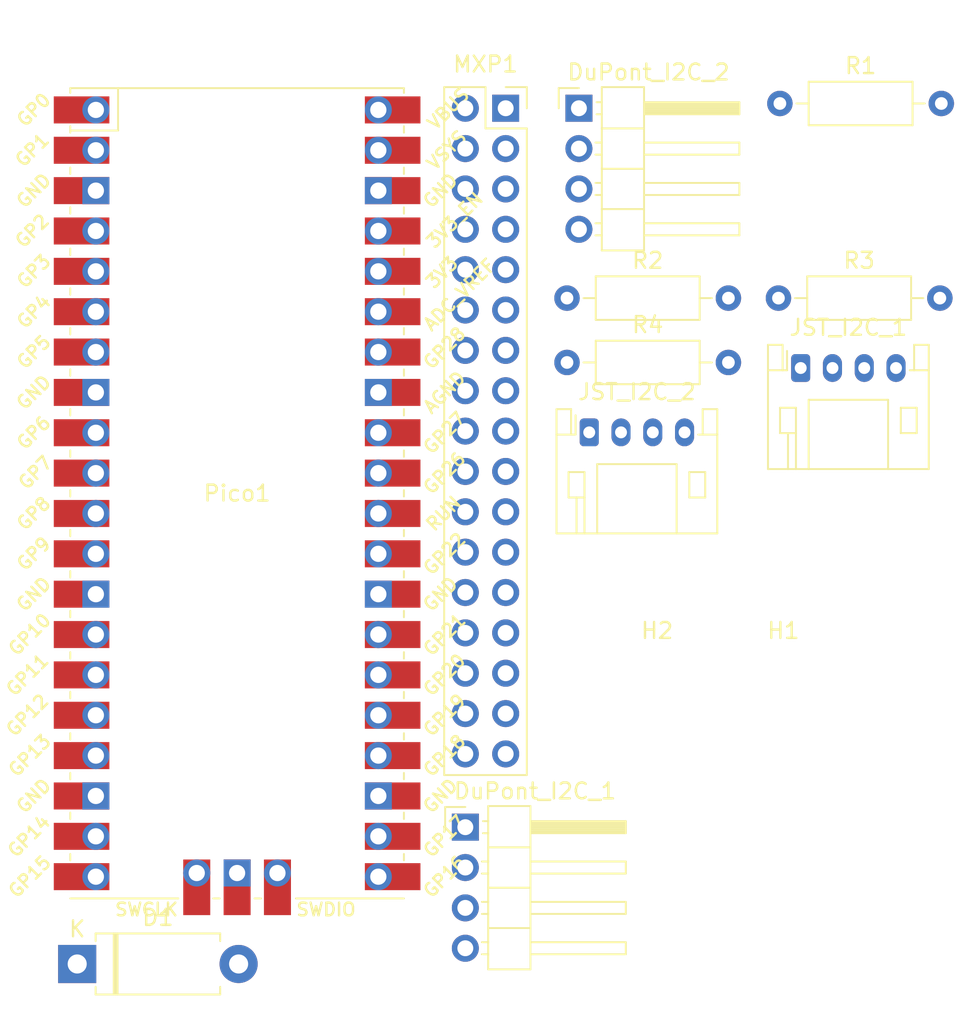
<source format=kicad_pcb>
(kicad_pcb (version 20211014) (generator pcbnew)
  (layers (0 "F.Cu" signal) (31 "B.Cu" signal) (34 "B.Paste" user) (35 "F.Paste" user) (36 "B.SilkS" user "B.Silkscreen") (37 "F.SilkS" user "F.Silkscreen") (38 "B.Mask" user) (39 "F.Mask" user) (44 "Edge.Cuts" user))
  (net 0 "")
  (net 1 "+5V")
  (net 2 "Net-(D1-Pad2)")
  (net 3 "GND")
  (net 4 "+3.3V")
  (net 5 "/SCL1")
  (net 6 "/SDA1")
  (net 7 "/SCL2")
  (net 8 "/SDA2")
  (net 16 "/RIO_RX")
  (footprint "Connector_JST:JST_PH_S4B-PH-K_1x04_P2.00mm_Horizontal" (layer "F.Cu") (at 141.45 106.24)
    (fp_text reference "JST_I2C_2" (at 3 -2.55) (layer "F.SilkS"))
    (fp_text value "Conn_01x04_Male")
    (fp_line (start 0.5 6.36) (end 0.5 2) (layer "F.SilkS") (width 0.12))
    (fp_line (start 0.5 2) (end 5.5 2) (layer "F.SilkS") (width 0.12))
    (fp_line (start -1.3 2.5) (end -1.3 4.1) (layer "F.SilkS") (width 0.12))
    (fp_line (start -0.86 0.14) (end -0.86 -1.075) (layer "F.SilkS") (width 0.12))
    (fp_line (start 7.3 4.1) (end 6.3 4.1) (layer "F.SilkS") (width 0.12))
    (fp_line (start 7.14 0.14) (end 6.86 0.14) (layer "F.SilkS") (width 0.12))
    (fp_line (start -1.14 0.14) (end -1.14 -1.46) (layer "F.SilkS") (width 0.12))
    (fp_line (start 8.06 0.14) (end 7.14 0.14) (layer "F.SilkS") (width 0.12))
    (fp_line (start -2.06 6.36) (end 8.06 6.36) (layer "F.SilkS") (width 0.12))
    (fp_line (start -2.06 -1.46) (end -2.06 6.36) (layer "F.SilkS") (width 0.12))
    (fp_line (start -0.8 4.1) (end -0.8 6.36) (layer "F.SilkS") (width 0.12))
    (fp_line (start 5.5 2) (end 5.5 6.36) (layer "F.SilkS") (width 0.12))
    (fp_line (start -1.3 4.1) (end -0.3 4.1) (layer "F.SilkS") (width 0.12))
    (fp_line (start -1.14 -1.46) (end -2.06 -1.46) (layer "F.SilkS") (width 0.12))
    (fp_line (start 6.3 4.1) (end 6.3 2.5) (layer "F.SilkS") (width 0.12))
    (fp_line (start -0.3 4.1) (end -0.3 2.5) (layer "F.SilkS") (width 0.12))
    (fp_line (start 6.3 2.5) (end 7.3 2.5) (layer "F.SilkS") (width 0.12))
    (fp_line (start -0.3 4.1) (end -0.3 6.36) (layer "F.SilkS") (width 0.12))
    (fp_line (start -0.3 2.5) (end -1.3 2.5) (layer "F.SilkS") (width 0.12))
    (fp_line (start 7.14 -1.46) (end 7.14 0.14) (layer "F.SilkS") (width 0.12))
    (fp_line (start 8.06 -1.46) (end 7.14 -1.46) (layer "F.SilkS") (width 0.12))
    (fp_line (start 7.3 2.5) (end 7.3 4.1) (layer "F.SilkS") (width 0.12))
    (fp_line (start 8.06 6.36) (end 8.06 -1.46) (layer "F.SilkS") (width 0.12))
    (fp_line (start -2.06 0.14) (end -1.14 0.14) (layer "F.SilkS") (width 0.12))
    (fp_line (start -0.86 0.14) (end -1.14 0.14) (layer "F.SilkS") (width 0.12))
    (pad "1" thru_hole roundrect (at 0 0) (size 1.2 1.75) (drill 0.75) (layers *.Cu *.Mask) (roundrect_rratio 0.208333) (net 3 "GND"))
    (pad "2" thru_hole oval (at 2 0) (size 1.2 1.75) (drill 0.75) (layers *.Cu *.Mask) (net 4 "+3.3V"))
    (pad "3" thru_hole oval (at 4 0) (size 1.2 1.75) (drill 0.75) (layers *.Cu *.Mask) (net 8 "/SDA2"))
    (pad "4" thru_hole oval (at 6 0) (size 1.2 1.75) (drill 0.75) (layers *.Cu *.Mask) (net 7 "/SCL2"))
  )
  (footprint "Resistor_THT:R_Axial_DIN0207_L6.3mm_D2.5mm_P10.16mm_Horizontal" (layer "F.Cu") (at 140.05 101.84)
    (fp_text reference "R4" (at 5.08 -2.37) (layer "F.SilkS"))
    (fp_text value "R")
    (fp_line (start 1.81 -1.37) (end 1.81 1.37) (layer "F.SilkS") (width 0.12))
    (fp_line (start 1.81 1.37) (end 8.35 1.37) (layer "F.SilkS") (width 0.12))
    (fp_line (start 8.35 1.37) (end 8.35 -1.37) (layer "F.SilkS") (width 0.12))
    (fp_line (start 1.04 0) (end 1.81 0) (layer "F.SilkS") (width 0.12))
    (fp_line (start 8.35 -1.37) (end 1.81 -1.37) (layer "F.SilkS") (width 0.12))
    (fp_line (start 9.12 0) (end 8.35 0) (layer "F.SilkS") (width 0.12))
    (pad "1" thru_hole circle (at 0 0) (size 1.6 1.6) (drill 0.8) (layers *.Cu *.Mask) (net 5 "/SCL1"))
    (pad "2" thru_hole oval (at 10.16 0) (size 1.6 1.6) (drill 0.8) (layers *.Cu *.Mask) (net 4 "+3.3V"))
  )
  (footprint "Resistor_THT:R_Axial_DIN0207_L6.3mm_D2.5mm_P10.16mm_Horizontal" (layer "F.Cu") (at 153.36 97.79)
    (fp_text reference "R3" (at 5.08 -2.37) (layer "F.SilkS"))
    (fp_text value "R")
    (fp_line (start 1.81 1.37) (end 8.35 1.37) (layer "F.SilkS") (width 0.12))
    (fp_line (start 9.12 0) (end 8.35 0) (layer "F.SilkS") (width 0.12))
    (fp_line (start 1.81 -1.37) (end 1.81 1.37) (layer "F.SilkS") (width 0.12))
    (fp_line (start 8.35 -1.37) (end 1.81 -1.37) (layer "F.SilkS") (width 0.12))
    (fp_line (start 1.04 0) (end 1.81 0) (layer "F.SilkS") (width 0.12))
    (fp_line (start 8.35 1.37) (end 8.35 -1.37) (layer "F.SilkS") (width 0.12))
    (pad "1" thru_hole circle (at 0 0) (size 1.6 1.6) (drill 0.8) (layers *.Cu *.Mask) (net 8 "/SDA2"))
    (pad "2" thru_hole oval (at 10.16 0) (size 1.6 1.6) (drill 0.8) (layers *.Cu *.Mask) (net 4 "+3.3V"))
  )
  (footprint "Connector_PinHeader_2.54mm:PinHeader_1x04_P2.54mm_Horizontal" (layer "F.Cu") (at 133.65 131.09)
    (fp_text reference "DuPont_I2C_1" (at 4.385 -2.27) (layer "F.SilkS"))
    (fp_text value "Conn_01x04_Male")
    (fp_line (start 4.1 -0.2) (end 10.1 -0.2) (layer "F.SilkS") (width 0.12))
    (fp_line (start 10.1 2.92) (end 4.1 2.92) (layer "F.SilkS") (width 0.12))
    (fp_line (start 4.1 7.24) (end 10.1 7.24) (layer "F.SilkS") (width 0.12))
    (fp_line (start 10.1 0.38) (end 4.1 0.38) (layer "F.SilkS") (width 0.12))
    (fp_line (start 1.042929 2.16) (end 1.44 2.16) (layer "F.SilkS") (width 0.12))
    (fp_line (start 1.44 6.35) (end 4.1 6.35) (layer "F.SilkS") (width 0.12))
    (fp_line (start 10.1 7.24) (end 10.1 8) (layer "F.SilkS") (width 0.12))
    (fp_line (start 10.1 -0.38) (end 10.1 0.38) (layer "F.SilkS") (width 0.12))
    (fp_line (start 1.44 3.81) (end 4.1 3.81) (layer "F.SilkS") (width 0.12))
    (fp_line (start 4.1 0.16) (end 10.1 0.16) (layer "F.SilkS") (width 0.12))
    (fp_line (start 10.1 2.16) (end 10.1 2.92) (layer "F.SilkS") (width 0.12))
    (fp_line (start 1.44 8.95) (end 4.1 8.95) (layer "F.SilkS") (width 0.12))
    (fp_line (start 10.1 8) (end 4.1 8) (layer "F.SilkS") (width 0.12))
    (fp_line (start 4.1 0.28) (end 10.1 0.28) (layer "F.SilkS") (width 0.12))
    (fp_line (start 4.1 -0.08) (end 10.1 -0.08) (layer "F.SilkS") (width 0.12))
    (fp_line (start 10.1 5.46) (end 4.1 5.46) (layer "F.SilkS") (width 0.12))
    (fp_line (start 1.042929 8) (end 1.44 8) (layer "F.SilkS") (width 0.12))
    (fp_line (start 1.44 1.27) (end 4.1 1.27) (layer "F.SilkS") (width 0.12))
    (fp_line (start 4.1 -0.38) (end 10.1 -0.38) (layer "F.SilkS") (width 0.12))
    (fp_line (start 10.1 4.7) (end 10.1 5.46) (layer "F.SilkS") (width 0.12))
    (fp_line (start 1.042929 7.24) (end 1.44 7.24) (layer "F.SilkS") (width 0.12))
    (fp_line (start 4.1 4.7) (end 10.1 4.7) (layer "F.SilkS") (width 0.12))
    (fp_line (start 1.44 -1.33) (end 1.44 8.95) (layer "F.SilkS") (width 0.12))
    (fp_line (start 4.1 2.16) (end 10.1 2.16) (layer "F.SilkS") (width 0.12))
    (fp_line (start 1.042929 4.7) (end 1.44 4.7) (layer "F.SilkS") (width 0.12))
    (fp_line (start 1.042929 5.46) (end 1.44 5.46) (layer "F.SilkS") (width 0.12))
    (fp_line (start 1.11 -0.38) (end 1.44 -0.38) (layer "F.SilkS") (width 0.12))
    (fp_line (start 4.1 0.04) (end 10.1 0.04) (layer "F.SilkS") (width 0.12))
    (fp_line (start -1.27 0) (end -1.27 -1.27) (layer "F.SilkS") (width 0.12))
    (fp_line (start 1.11 0.38) (end 1.44 0.38) (layer "F.SilkS") (width 0.12))
    (fp_line (start 4.1 8.95) (end 4.1 -1.33) (layer "F.SilkS") (width 0.12))
    (fp_line (start 4.1 -0.32) (end 10.1 -0.32) (layer "F.SilkS") (width 0.12))
    (fp_line (start 4.1 -1.33) (end 1.44 -1.33) (layer "F.SilkS") (width 0.12))
    (fp_line (start 1.042929 2.92) (end 1.44 2.92) (layer "F.SilkS") (width 0.12))
    (fp_line (start -1.27 -1.27) (end 0 -1.27) (layer "F.SilkS") (width 0.12))
    (pad "1" thru_hole rect (at 0 0) (size 1.7 1.7) (drill 1) (layers *.Cu *.Mask) (net 3 "GND"))
    (pad "2" thru_hole oval (at 0 2.54) (size 1.7 1.7) (drill 1) (layers *.Cu *.Mask) (net 4 "+3.3V"))
    (pad "3" thru_hole oval (at 0 5.08) (size 1.7 1.7) (drill 1) (layers *.Cu *.Mask) (net 5 "/SCL1"))
    (pad "4" thru_hole oval (at 0 7.62) (size 1.7 1.7) (drill 1) (layers *.Cu *.Mask) (net 6 "/SDA1"))
  )
  (footprint "MountingHole:MountingHole_2mm" (layer "F.Cu") (at 145.72 121.92)
    (fp_text reference "H2" (at 0 -3.2) (layer "F.SilkS"))
    (fp_text value "MountingHole")
    (pad "" np_thru_hole circle (at 0 0) (size 2 2) (drill 2) (layers *.Cu *.Mask))
  )
  (footprint "Resistor_THT:R_Axial_DIN0207_L6.3mm_D2.5mm_P10.16mm_Horizontal" (layer "F.Cu") (at 153.45 85.54)
    (fp_text reference "R1" (at 5.08 -2.37) (layer "F.SilkS"))
    (fp_text value "R")
    (fp_line (start 1.81 -1.37) (end 1.81 1.37) (layer "F.SilkS") (width 0.12))
    (fp_line (start 1.04 0) (end 1.81 0) (layer "F.SilkS") (width 0.12))
    (fp_line (start 8.35 -1.37) (end 1.81 -1.37) (layer "F.SilkS") (width 0.12))
    (fp_line (start 1.81 1.37) (end 8.35 1.37) (layer "F.SilkS") (width 0.12))
    (fp_line (start 8.35 1.37) (end 8.35 -1.37) (layer "F.SilkS") (width 0.12))
    (fp_line (start 9.12 0) (end 8.35 0) (layer "F.SilkS") (width 0.12))
    (pad "1" thru_hole circle (at 0 0) (size 1.6 1.6) (drill 0.8) (layers *.Cu *.Mask) (net 6 "/SDA1"))
    (pad "2" thru_hole oval (at 10.16 0) (size 1.6 1.6) (drill 0.8) (layers *.Cu *.Mask) (net 4 "+3.3V"))
  )
  (footprint "MCU_RaspberryPi_and_Boards:RPi_Pico_SMD_TH" (layer "F.Cu") (at 119.285 110.075)
    (fp_text reference "Pico1" (at 0 0) (layer "F.SilkS"))
    (fp_text value "Pico")
    (fp_text user "VBUS" (at 13.3 -24.2 45) (layer "F.SilkS") (effects (font (size 0.8 0.8))))
    (fp_text user "SWCLK" (at -5.7 26.2) (layer "F.SilkS") (effects (font (size 0.8 0.8))))
    (fp_text user "VSYS" (at 13.2 -21.59 45) (layer "F.SilkS") (effects (font (size 0.8 0.8))))
    (fp_text user "AGND" (at 13.054 -6.35 45) (layer "F.SilkS") (effects (font (size 0.8 0.8))))
    (fp_text user "GP22" (at 13.054 3.81 45) (layer "F.SilkS") (effects (font (size 0.8 0.8))))
    (fp_text user "GP20" (at 13.054 11.43 45) (layer "F.SilkS") (effects (font (size 0.8 0.8))))
    (fp_text user "GP17" (at 13.054 21.59 45) (layer "F.SilkS") (effects (font (size 0.8 0.8))))
    (fp_text user "GND" (at 12.8 6.35 45) (layer "F.SilkS") (effects (font (size 0.8 0.8))))
    (fp_text user "GP11" (at -13.2 11.43 45) (layer "F.SilkS") (effects (font (size 0.8 0.8))))
    (fp_text user "GND" (at -12.8 -19.05 45) (layer "F.SilkS") (effects (font (size 0.8 0.8))))
    (fp_text user "RUN" (at 13 1.27 45) (layer "F.SilkS") (effects (font (size 0.8 0.8))))
    (fp_text user "3V3" (at 12.9 -13.9 45) (layer "F.SilkS") (effects (font (size 0.8 0.8))))
    (fp_text user "GP8" (at -12.8 1.27 45) (layer "F.SilkS") (effects (font (size 0.8 0.8))))
    (fp_text user "GP14" (at -13.1 21.59 45) (layer "F.SilkS") (effects (font (size 0.8 0.8))))
    (fp_text user "GP0" (at -12.8 -24.13 45) (layer "F.SilkS") (effects (font (size 0.8 0.8))))
    (fp_text user "GP18" (at 13.054 16.51 45) (layer "F.SilkS") (effects (font (size 0.8 0.8))))
    (fp_text user "GND" (at -12.8 6.35 45) (layer "F.SilkS") (effects (font (size 0.8 0.8))))
    (fp_text user "GP10" (at -13.054 8.89 45) (layer "F.SilkS") (effects (font (size 0.8 0.8))))
    (fp_text user "3V3_EN" (at 13.7 -17.2 45) (layer "F.SilkS") (effects (font (size 0.8 0.8))))
    (fp_text user "GP7" (at -12.7 -1.3 45) (layer "F.SilkS") (effects (font (size 0.8 0.8))))
    (fp_text user "GP15" (at -13.054 24.13 45) (layer "F.SilkS") (effects (font (size 0.8 0.8))))
    (fp_text user "GP4" (at -12.8 -11.43 45) (layer "F.SilkS") (effects (font (size 0.8 0.8))))
    (fp_text user "SWDIO" (at 5.6 26.2) (layer "F.SilkS") (effects (font (size 0.8 0.8))))
    (fp_text user "GP2" (at -12.9 -16.51 45) (layer "F.SilkS") (effects (font (size 0.8 0.8))))
    (fp_text user "GP21" (at 13.054 8.9 45) (layer "F.SilkS") (effects (font (size 0.8 0.8))))
    (fp_text user "GND" (at 12.8 -19.05 45) (layer "F.SilkS") (effects (font (size 0.8 0.8))))
    (fp_text user "GP3" (at -12.8 -13.97 45) (layer "F.SilkS") (effects (font (size 0.8 0.8))))
    (fp_text user "GP16" (at 13.054 24.13 45) (layer "F.SilkS") (effects (font (size 0.8 0.8))))
    (fp_text user "GP28" (at 13.054 -9.144 45) (layer "F.SilkS") (effects (font (size 0.8 0.8))))
    (fp_text user "GND" (at -12.8 -6.35 45) (layer "F.SilkS") (effects (font (size 0.8 0.8))))
    (fp_text user "GP9" (at -12.8 3.81 45) (layer "F.SilkS") (effects (font (size 0.8 0.8))))
    (fp_text user "GP6" (at -12.8 -3.81 45) (layer "F.SilkS") (effects (font (size 0.8 0.8))))
    (fp_text user "GP26" (at 13.054 -1.27 45) (layer "F.SilkS") (effects (font (size 0.8 0.8))))
    (fp_text user "GP13" (at -13.054 16.51 45) (layer "F.SilkS") (effects (font (size 0.8 0.8))))
    (fp_text user "GND" (at -12.8 19.05 45) (layer "F.SilkS") (effects (font (size 0.8 0.8))))
    (fp_text user "GP27" (at 13.054 -3.8 45) (layer "F.SilkS") (effects (font (size 0.8 0.8))))
    (fp_text user "GP12" (at -13.2 13.97 45) (layer "F.SilkS") (effects (font (size 0.8 0.8))))
    (fp_text user "GND" (at 12.8 19.05 45) (layer "F.SilkS") (effects (font (size 0.8 0.8))))
    (fp_text user "GP5" (at -12.8 -8.89 45) (layer "F.SilkS") (effects (font (size 0.8 0.8))))
    (fp_text user "GP1" (at -12.9 -21.6 45) (layer "F.SilkS") (effects (font (size 0.8 0.8))))
    (fp_text user "ADC_VREF" (at 14 -12.5 45) (layer "F.SilkS") (effects (font (size 0.8 0.8))))
    (fp_text user "GP19" (at 13.054 13.97 45) (layer "F.SilkS") (effects (font (size 0.8 0.8))))
    (fp_line (start -10.5 -7.8) (end -10.5 -7.4) (layer "F.SilkS") (width 0.12))
    (fp_line (start 10.5 7.4) (end 10.5 7.8) (layer "F.SilkS") (width 0.12))
    (fp_line (start -10.5 20.1) (end -10.5 20.5) (layer "F.SilkS") (width 0.12))
    (fp_line (start -10.5 -25.5) (end 10.5 -25.5) (layer "F.SilkS") (width 0.12))
    (fp_line (start -10.5 22.7) (end -10.5 23.1) (layer "F.SilkS") (width 0.12))
    (fp_line (start -1.5 25.5) (end -1.1 25.5) (layer "F.SilkS") (width 0.12))
    (fp_line (start 10.5 17.6) (end 10.5 18) (layer "F.SilkS") (width 0.12))
    (fp_line (start -10.5 -12.9) (end -10.5 -12.5) (layer "F.SilkS") (width 0.12))
    (fp_line (start -10.5 -10.4) (end -10.5 -10) (layer "F.SilkS") (width 0.12))
    (fp_line (start 1.1 25.5) (end 1.5 25.5) (layer "F.SilkS") (width 0.12))
    (fp_line (start -10.5 -15.4) (end -10.5 -15) (layer "F.SilkS") (width 0.12))
    (fp_line (start -10.5 -0.2) (end -10.5 0.2) (layer "F.SilkS") (width 0.12))
    (fp_line (start -10.5 -5.3) (end -10.5 -4.9) (layer "F.SilkS") (width 0.12))
    (fp_line (start -10.5 -18) (end -10.5 -17.6) (layer "F.SilkS") (width 0.12))
    (fp_line (start 10.5 -5.3) (end 10.5 -4.9) (layer "F.SilkS") (width 0.12))
    (fp_line (start 10.5 12.5) (end 10.5 12.9) (layer "F.SilkS") (width 0.12))
    (fp_line (start 10.5 -20.5) (end 10.5 -20.1) (layer "F.SilkS") (width 0.12))
    (fp_line (start -10.5 7.4) (end -10.5 7.8) (layer "F.SilkS") (width 0.12))
    (fp_line (start 10.5 25.5) (end 3.7 25.5) (layer "F.SilkS") (width 0.12))
    (fp_line (start 10.5 -12.9) (end 10.5 -12.5) (layer "F.SilkS") (width 0.12))
    (fp_line (start -10.5 -2.7) (end -10.5 -2.3) (layer "F.SilkS") (width 0.12))
    (fp_line (start -10.5 12.5) (end -10.5 12.9) (layer "F.SilkS") (width 0.12))
    (fp_line (start 10.5 -10.4) (end 10.5 -10) (layer "F.SilkS") (width 0.12))
    (fp_line (start -10.5 -20.5) (end -10.5 -20.1) (layer "F.SilkS") (width 0.12))
    (fp_line (start 10.5 22.7) (end 10.5 23.1) (layer "F.SilkS") (width 0.12))
    (fp_line (start -10.5 4.9) (end -10.5 5.3) (layer "F.SilkS") (width 0.12))
    (fp_line (start 10.5 -23.1) (end 10.5 -22.7) (layer "F.SilkS") (width 0.12))
    (fp_line (start 10.5 10) (end 10.5 10.4) (layer "F.SilkS") (width 0.12))
    (fp_line (start 10.5 -0.2) (end 10.5 0.2) (layer "F.SilkS") (width 0.12))
    (fp_line (start -10.5 17.6) (end -10.5 18) (layer "F.SilkS") (width 0.12))
    (fp_line (start -10.5 10) (end -10.5 10.4) (layer "F.SilkS") (width 0.12))
    (fp_line (start 10.5 2.3) (end 10.5 2.7) (layer "F.SilkS") (width 0.12))
    (fp_line (start -10.5 -25.5) (end -10.5 -25.2) (layer "F.SilkS") (width 0.12))
    (fp_line (start 10.5 -18) (end 10.5 -17.6) (layer "F.SilkS") (width 0.12))
    (fp_line (start -3.7 25.5) (end -10.5 25.5) (layer "F.SilkS") (width 0.12))
    (fp_line (start 10.5 -15.4) (end 10.5 -15) (layer "F.SilkS") (width 0.12))
    (fp_line (start 10.5 -2.7) (end 10.5 -2.3) (layer "F.SilkS") (width 0.12))
    (fp_line (start 10.5 20.1) (end 10.5 20.5) (layer "F.SilkS") (width 0.12))
    (fp_line (start 10.5 15.1) (end 10.5 15.5) (layer "F.SilkS") (width 0.12))
    (fp_line (start -10.5 2.3) (end -10.5 2.7) (layer "F.SilkS") (width 0.12))
    (fp_line (start 10.5 4.9) (end 10.5 5.3) (layer "F.SilkS") (width 0.12))
    (fp_line (start -10.5 -22.833) (end -7.493 -22.833) (layer "F.SilkS") (width 0.12))
    (fp_line (start 10.5 -25.5) (end 10.5 -25.2) (layer "F.SilkS") (width 0.12))
    (fp_line (start -10.5 15.1) (end -10.5 15.5) (layer "F.SilkS") (width 0.12))
    (fp_line (start 10.5 -7.8) (end 10.5 -7.4) (layer "F.SilkS") (width 0.12))
    (fp_line (start -10.5 -23.1) (end -10.5 -22.7) (layer "F.SilkS") (width 0.12))
    (fp_line (start -7.493 -22.833) (end -7.493 -25.5) (layer "F.SilkS") (width 0.12))
    (pad "" np_thru_hole oval (at -2.725 -24) (size 1.8 1.8) (drill 1.8) (layers *.Cu *.Mask))
    (pad "" np_thru_hole oval (at -2.425 -20.97) (size 1.5 1.5) (drill 1.5) (layers *.Cu *.Mask))
    (pad "" np_thru_hole oval (at 2.725 -24) (size 1.8 1.8) (drill 1.8) (layers *.Cu *.Mask))
    (pad "" np_thru_hole oval (at 2.425 -20.97) (size 1.5 1.5) (drill 1.5) (layers *.Cu *.Mask))
    (pad "1" thru_hole oval (at -8.89 -24.13) (size 1.7 1.7) (drill 1.02) (layers *.Cu *.Mask) (net 16 "/RIO_RX"))
    (pad "1" smd rect (at -8.89 -24.13) (size 3.5 1.7) (drill (offset -0.9 0)) (layers "F.Cu" "F.Mask") (net 16 "/RIO_RX"))
    (pad "2" smd rect (at -8.89 -21.59) (size 3.5 1.7) (drill (offset -0.9 0)) (layers "F.Cu" "F.Mask"))
    (pad "2" thru_hole oval (at -8.89 -21.59) (size 1.7 1.7) (drill 1.02) (layers *.Cu *.Mask))
    (pad "3" smd rect (at -8.89 -19.05) (size 3.5 1.7) (drill (offset -0.9 0)) (layers "F.Cu" "F.Mask") (net 3 "GND"))
    (pad "3" thru_hole rect (at -8.89 -19.05) (size 1.7 1.7) (drill 1.02) (layers *.Cu *.Mask) (net 3 "GND"))
    (pad "4" thru_hole oval (at -8.89 -16.51) (size 1.7 1.7) (drill 1.02) (layers *.Cu *.Mask))
    (pad "4" smd rect (at -8.89 -16.51) (size 3.5 1.7) (drill (offset -0.9 0)) (layers "F.Cu" "F.Mask"))
    (pad "5" smd rect (at -8.89 -13.97) (size 3.5 1.7) (drill (offset -0.9 0)) (layers "F.Cu" "F.Mask"))
    (pad "5" thru_hole oval (at -8.89 -13.97) (size 1.7 1.7) (drill 1.02) (layers *.Cu *.Mask))
    (pad "6" smd rect (at -8.89 -11.43) (size 3.5 1.7) (drill (offset -0.9 0)) (layers "F.Cu" "F.Mask"))
    (pad "6" thru_hole oval (at -8.89 -11.43) (size 1.7 1.7) (drill 1.02) (layers *.Cu *.Mask))
    (pad "7" smd rect (at -8.89 -8.89) (size 3.5 1.7) (drill (offset -0.9 0)) (layers "F.Cu" "F.Mask"))
    (pad "7" thru_hole oval (at -8.89 -8.89) (size 1.7 1.7) (drill 1.02) (layers *.Cu *.Mask))
    (pad "8" thru_hole rect (at -8.89 -6.35) (size 1.7 1.7) (drill 1.02) (layers *.Cu *.Mask) (net 3 "GND"))
    (pad "8" smd rect (at -8.89 -6.35) (size 3.5 1.7) (drill (offset -0.9 0)) (layers "F.Cu" "F.Mask") (net 3 "GND"))
    (pad "9" thru_hole oval (at -8.89 -3.81) (size 1.7 1.7) (drill 1.02) (layers *.Cu *.Mask))
    (pad "9" smd rect (at -8.89 -3.81) (size 3.5 1.7) (drill (offset -0.9 0)) (layers "F.Cu" "F.Mask"))
    (pad "10" thru_hole oval (at -8.89 -1.27) (size 1.7 1.7) (drill 1.02) (layers *.Cu *.Mask))
    (pad "10" smd rect (at -8.89 -1.27) (size 3.5 1.7) (drill (offset -0.9 0)) (layers "F.Cu" "F.Mask"))
    (pad "11" smd rect (at -8.89 1.27) (size 3.5 1.7) (drill (offset -0.9 0)) (layers "F.Cu" "F.Mask") (net 6 "/SDA1"))
    (pad "11" thru_hole oval (at -8.89 1.27) (size 1.7 1.7) (drill 1.02) (layers *.Cu *.Mask) (net 6 "/SDA1"))
    (pad "12" thru_hole oval (at -8.89 3.81) (size 1.7 1.7) (drill 1.02) (layers *.Cu *.Mask) (net 5 "/SCL1"))
    (pad "12" smd rect (at -8.89 3.81) (size 3.5 1.7) (drill (offset -0.9 0)) (layers "F.Cu" "F.Mask") (net 5 "/SCL1"))
    (pad "13" smd rect (at -8.89 6.35) (size 3.5 1.7) (drill (offset -0.9 0)) (layers "F.Cu" "F.Mask") (net 3 "GND"))
    (pad "13" thru_hole rect (at -8.89 6.35) (size 1.7 1.7) (drill 1.02) (layers *.Cu *.Mask) (net 3 "GND"))
    (pad "14" thru_hole oval (at -8.89 8.89) (size 1.7 1.7) (drill 1.02) (layers *.Cu *.Mask))
    (pad "14" smd rect (at -8.89 8.89) (size 3.5 1.7) (drill (offset -0.9 0)) (layers "F.Cu" "F.Mask"))
    (pad "15" thru_hole oval (at -8.89 11.43) (size 1.7 1.7) (drill 1.02) (layers *.Cu *.Mask))
    (pad "15" smd rect (at -8.89 11.43) (size 3.5 1.7) (drill (offset -0.9 0)) (layers "F.Cu" "F.Mask"))
    (pad "16" smd rect (at -8.89 13.97) (size 3.5 1.7) (drill (offset -0.9 0)) (layers "F.Cu" "F.Mask"))
    (pad "16" thru_hole oval (at -8.89 13.97) (size 1.7 1.7) (drill 1.02) (layers *.Cu *.Mask))
    (pad "17" thru_hole oval (at -8.89 16.51) (size 1.7 1.7) (drill 1.02) (layers *.Cu *.Mask))
    (pad "17" smd rect (at -8.89 16.51) (size 3.5 1.7) (drill (offset -0.9 0)) (layers "F.Cu" "F.Mask"))
    (pad "18" smd rect (at -8.89 19.05) (size 3.5 1.7) (drill (offset -0.9 0)) (layers "F.Cu" "F.Mask") (net 3 "GND"))
    (pad "18" thru_hole rect (at -8.89 19.05) (size 1.7 1.7) (drill 1.02) (layers *.Cu *.Mask) (net 3 "GND"))
    (pad "19" smd rect (at -8.89 21.59) (size 3.5 1.7) (drill (offset -0.9 0)) (layers "F.Cu" "F.Mask"))
    (pad "19" thru_hole oval (at -8.89 21.59) (size 1.7 1.7) (drill 1.02) (layers *.Cu *.Mask))
    (pad "20" smd rect (at -8.89 24.13) (size 3.5 1.7) (drill (offset -0.9 0)) (layers "F.Cu" "F.Mask"))
    (pad "20" thru_hole oval (at -8.89 24.13) (size 1.7 1.7) (drill 1.02) (layers *.Cu *.Mask))
    (pad "21" smd rect (at 8.89 24.13) (size 3.5 1.7) (drill (offset 0.9 0)) (layers "F.Cu" "F.Mask"))
    (pad "21" thru_hole oval (at 8.89 24.13) (size 1.7 1.7) (drill 1.02) (layers *.Cu *.Mask))
    (pad "22" smd rect (at 8.89 21.59) (size 3.5 1.7) (drill (offset 0.9 0)) (layers "F.Cu" "F.Mask"))
    (pad "22" thru_hole oval (at 8.89 21.59) (size 1.7 1.7) (drill 1.02) (layers *.Cu *.Mask))
    (pad "23" thru_hole rect (at 8.89 19.05) (size 1.7 1.7) (drill 1.02) (layers *.Cu *.Mask) (net 3 "GND"))
    (pad "23" smd rect (at 8.89 19.05) (size 3.5 1.7) (drill (offset 0.9 0)) (layers "F.Cu" "F.Mask") (net 3 "GND"))
    (pad "24" smd rect (at 8.89 16.51) (size 3.5 1.7) (drill (offset 0.9 0)) (layers "F.Cu" "F.Mask"))
    (pad "24" thru_hole oval (at 8.89 16.51) (size 1.7 1.7) (drill 1.02) (layers *.Cu *.Mask))
    (pad "25" smd rect (at 8.89 13.97) (size 3.5 1.7) (drill (offset 0.9 0)) (layers "F.Cu" "F.Mask"))
    (pad "25" thru_hole oval (at 8.89 13.97) (size 1.7 1.7) (drill 1.02) (layers *.Cu *.Mask))
    (pad "26" smd rect (at 8.89 11.43) (size 3.5 1.7) (drill (offset 0.9 0)) (layers "F.Cu" "F.Mask"))
    (pad "26" thru_hole oval (at 8.89 11.43) (size 1.7 1.7) (drill 1.02) (layers *.Cu *.Mask))
    (pad "27" smd rect (at 8.89 8.89) (size 3.5 1.7) (drill (offset 0.9 0)) (layers "F.Cu" "F.Mask"))
    (pad "27" thru_hole oval (at 8.89 8.89) (size 1.7 1.7) (drill 1.02) (layers *.Cu *.Mask))
    (pad "28" smd rect (at 8.89 6.35) (size 3.5 1.7) (drill (offset 0.9 0)) (layers "F.Cu" "F.Mask") (net 3 "GND"))
    (pad "28" thru_hole rect (at 8.89 6.35) (size 1.7 1.7) (drill 1.02) (layers *.Cu *.Mask) (net 3 "GND"))
    (pad "29" smd rect (at 8.89 3.81) (size 3.5 1.7) (drill (offset 0.9 0)) (layers "F.Cu" "F.Mask"))
    (pad "29" thru_hole oval (at 8.89 3.81) (size 1.7 1.7) (drill 1.02) (layers *.Cu *.Mask))
    (pad "30" thru_hole oval (at 8.89 1.27) (size 1.7 1.7) (drill 1.02) (layers *.Cu *.Mask))
    (pad "30" smd rect (at 8.89 1.27) (size 3.5 1.7) (drill (offset 0.9 0)) (layers "F.Cu" "F.Mask"))
    (pad "31" thru_hole oval (at 8.89 -1.27) (size 1.7 1.7) (drill 1.02) (layers *.Cu *.Mask) (net 8 "/SDA2"))
    (pad "31" smd rect (at 8.89 -1.27) (size 3.5 1.7) (drill (offset 0.9 0)) (layers "F.Cu" "F.Mask") (net 8 "/SDA2"))
    (pad "32" thru_hole oval (at 8.89 -3.81) (size 1.7 1.7) (drill 1.02) (layers *.Cu *.Mask) (net 7 "/SCL2"))
    (pad "32" smd rect (at 8.89 -3.81) (size 3.5 1.7) (drill (offset 0.9 0)) (layers "F.Cu" "F.Mask") (net 7 "/SCL2"))
    (pad "33" thru_hole rect (at 8.89 -6.35) (size 1.7 1.7) (drill 1.02) (layers *.Cu *.Mask))
    (pad "33" smd rect (at 8.89 -6.35) (size 3.5 1.7) (drill (offset 0.9 0)) (layers "F.Cu" "F.Mask"))
    (pad "34" smd rect (at 8.89 -8.89) (size 3.5 1.7) (drill (offset 0.9 0)) (layers "F.Cu" "F.Mask"))
    (pad "34" thru_hole oval (at 8.89 -8.89) (size 1.7 1.7) (drill 1.02) (layers *.Cu *.Mask))
    (pad "35" thru_hole oval (at 8.89 -11.43) (size 1.7 1.7) (drill 1.02) (layers *.Cu *.Mask))
    (pad "35" smd rect (at 8.89 -11.43) (size 3.5 1.7) (drill (offset 0.9 0)) (layers "F.Cu" "F.Mask"))
    (pad "36" thru_hole oval (at 8.89 -13.97) (size 1.7 1.7) (drill 1.02) (layers *.Cu *.Mask) (net 4 "+3.3V"))
    (pad "36" smd rect (at 8.89 -13.97) (size 3.5 1.7) (drill (offset 0.9 0)) (layers "F.Cu" "F.Mask") (net 4 "+3.3V"))
    (pad "37" thru_hole oval (at 8.89 -16.51) (size 1.7 1.7) (drill 1.02) (layers *.Cu *.Mask))
    (pad "37" smd rect (at 8.89 -16.51) (size 3.5 1.7) (drill (offset 0.9 0)) (layers "F.Cu" "F.Mask"))
    (pad "38" thru_hole rect (at 8.89 -19.05) (size 1.7 1.7) (drill 1.02) (layers *.Cu *.Mask) (net 3 "GND"))
    (pad "38" smd rect (at 8.89 -19.05) (size 3.5 1.7) (drill (offset 0.9 0)) (layers "F.Cu" "F.Mask") (net 3 "GND"))
    (pad "39" thru_hole oval (at 8.89 -21.59) (size 1.7 1.7) (drill 1.02) (layers *.Cu *.Mask) (net 1 "+5V"))
    (pad "39" smd rect (at 8.89 -21.59) (size 3.5 1.7) (drill (offset 0.9 0)) (layers "F.Cu" "F.Mask") (net 1 "+5V"))
    (pad "40" thru_hole oval (at 8.89 -24.13) (size 1.7 1.7) (drill 1.02) (layers *.Cu *.Mask))
    (pad "40" smd rect (at 8.89 -24.13) (size 3.5 1.7) (drill (offset 0.9 0)) (layers "F.Cu" "F.Mask"))
    (pad "41" smd rect (at -2.54 23.9 90) (size 3.5 1.7) (drill (offset -0.9 0)) (layers "F.Cu" "F.Mask"))
    (pad "41" thru_hole oval (at -2.54 23.9) (size 1.7 1.7) (drill 1.02) (layers *.Cu *.Mask))
    (pad "42" smd rect (at 0 23.9 90) (size 3.5 1.7) (drill (offset -0.9 0)) (layers "F.Cu" "F.Mask") (net 3 "GND"))
    (pad "42" thru_hole rect (at 0 23.9) (size 1.7 1.7) (drill 1.02) (layers *.Cu *.Mask) (net 3 "GND"))
    (pad "43" thru_hole oval (at 2.54 23.9) (size 1.7 1.7) (drill 1.02) (layers *.Cu *.Mask))
    (pad "43" smd rect (at 2.54 23.9 90) (size 3.5 1.7) (drill (offset -0.9 0)) (layers "F.Cu" "F.Mask"))
  )
  (footprint "MountingHole:MountingHole_2mm" (layer "F.Cu") (at 153.67 121.92)
    (fp_text reference "H1" (at 0 -3.2) (layer "F.SilkS"))
    (fp_text value "MountingHole")
    (pad "" np_thru_hole circle (at 0 0) (size 2 2) (drill 2) (layers *.Cu *.Mask))
  )
  (footprint "Connector_PinHeader_2.54mm:PinHeader_1x04_P2.54mm_Horizontal" (layer "F.Cu") (at 140.8 85.84)
    (fp_text reference "DuPont_I2C_2" (at 4.385 -2.27) (layer "F.SilkS"))
    (fp_text value "Conn_01x04_Male")
    (fp_line (start 10.1 5.46) (end 4.1 5.46) (layer "F.SilkS") (width 0.12))
    (fp_line (start 10.1 -0.38) (end 10.1 0.38) (layer "F.SilkS") (width 0.12))
    (fp_line (start 4.1 7.24) (end 10.1 7.24) (layer "F.SilkS") (width 0.12))
    (fp_line (start 1.042929 5.46) (end 1.44 5.46) (layer "F.SilkS") (width 0.12))
    (fp_line (start 1.042929 2.92) (end 1.44 2.92) (layer "F.SilkS") (width 0.12))
    (fp_line (start 4.1 2.16) (end 10.1 2.16) (layer "F.SilkS") (width 0.12))
    (fp_line (start 1.11 -0.38) (end 1.44 -0.38) (layer "F.SilkS") (width 0.12))
    (fp_line (start 10.1 2.92) (end 4.1 2.92) (layer "F.SilkS") (width 0.12))
    (fp_line (start 4.1 -0.2) (end 10.1 -0.2) (layer "F.SilkS") (width 0.12))
    (fp_line (start 4.1 0.04) (end 10.1 0.04) (layer "F.SilkS") (width 0.12))
    (fp_line (start 4.1 -0.38) (end 10.1 -0.38) (layer "F.SilkS") (width 0.12))
    (fp_line (start 1.44 8.95) (end 4.1 8.95) (layer "F.SilkS") (width 0.12))
    (fp_line (start 1.44 -1.33) (end 1.44 8.95) (layer "F.SilkS") (width 0.12))
    (fp_line (start 10.1 8) (end 4.1 8) (layer "F.SilkS") (width 0.12))
    (fp_line (start 1.11 0.38) (end 1.44 0.38) (layer "F.SilkS") (width 0.12))
    (fp_line (start 10.1 7.24) (end 10.1 8) (layer "F.SilkS") (width 0.12))
    (fp_line (start 4.1 4.7) (end 10.1 4.7) (layer "F.SilkS") (width 0.12))
    (fp_line (start 1.44 6.35) (end 4.1 6.35) (layer "F.SilkS") (width 0.12))
    (fp_line (start 1.042929 4.7) (end 1.44 4.7) (layer "F.SilkS") (width 0.12))
    (fp_line (start 1.042929 8) (end 1.44 8) (layer "F.SilkS") (width 0.12))
    (fp_line (start 4.1 8.95) (end 4.1 -1.33) (layer "F.SilkS") (width 0.12))
    (fp_line (start 4.1 0.16) (end 10.1 0.16) (layer "F.SilkS") (width 0.12))
    (fp_line (start 1.042929 7.24) (end 1.44 7.24) (layer "F.SilkS") (width 0.12))
    (fp_line (start 1.44 3.81) (end 4.1 3.81) (layer "F.SilkS") (width 0.12))
    (fp_line (start 4.1 0.28) (end 10.1 0.28) (layer "F.SilkS") (width 0.12))
    (fp_line (start 10.1 0.38) (end 4.1 0.38) (layer "F.SilkS") (width 0.12))
    (fp_line (start 4.1 -0.08) (end 10.1 -0.08) (layer "F.SilkS") (width 0.12))
    (fp_line (start 1.44 1.27) (end 4.1 1.27) (layer "F.SilkS") (width 0.12))
    (fp_line (start -1.27 0) (end -1.27 -1.27) (layer "F.SilkS") (width 0.12))
    (fp_line (start 4.1 -0.32) (end 10.1 -0.32) (layer "F.SilkS") (width 0.12))
    (fp_line (start 1.042929 2.16) (end 1.44 2.16) (layer "F.SilkS") (width 0.12))
    (fp_line (start 4.1 -1.33) (end 1.44 -1.33) (layer "F.SilkS") (width 0.12))
    (fp_line (start 10.1 2.16) (end 10.1 2.92) (layer "F.SilkS") (width 0.12))
    (fp_line (start -1.27 -1.27) (end 0 -1.27) (layer "F.SilkS") (width 0.12))
    (fp_line (start 10.1 4.7) (end 10.1 5.46) (layer "F.SilkS") (width 0.12))
    (pad "1" thru_hole rect (at 0 0) (size 1.7 1.7) (drill 1) (layers *.Cu *.Mask) (net 3 "GND"))
    (pad "2" thru_hole oval (at 0 2.54) (size 1.7 1.7) (drill 1) (layers *.Cu *.Mask) (net 4 "+3.3V"))
    (pad "3" thru_hole oval (at 0 5.08) (size 1.7 1.7) (drill 1) (layers *.Cu *.Mask) (net 7 "/SCL2"))
    (pad "4" thru_hole oval (at 0 7.62) (size 1.7 1.7) (drill 1) (layers *.Cu *.Mask) (net 8 "/SDA2"))
  )
  (footprint "Connector_JST:JST_PH_S4B-PH-K_1x04_P2.00mm_Horizontal" (layer "F.Cu") (at 154.76 102.19)
    (fp_text reference "JST_I2C_1" (at 3 -2.55) (layer "F.SilkS"))
    (fp_text value "Conn_01x04_Male")
    (fp_line (start -0.3 4.1) (end -0.3 2.5) (layer "F.SilkS") (width 0.12))
    (fp_line (start 8.06 0.14) (end 7.14 0.14) (layer "F.SilkS") (width 0.12))
    (fp_line (start 5.5 2) (end 5.5 6.36) (layer "F.SilkS") (width 0.12))
    (fp_line (start 0.5 6.36) (end 0.5 2) (layer "F.SilkS") (width 0.12))
    (fp_line (start 7.3 2.5) (end 7.3 4.1) (layer "F.SilkS") (width 0.12))
    (fp_line (start 8.06 -1.46) (end 7.14 -1.46) (layer "F.SilkS") (width 0.12))
    (fp_line (start -1.3 2.5) (end -1.3 4.1) (layer "F.SilkS") (width 0.12))
    (fp_line (start 7.14 0.14) (end 6.86 0.14) (layer "F.SilkS") (width 0.12))
    (fp_line (start -0.86 0.14) (end -1.14 0.14) (layer "F.SilkS") (width 0.12))
    (fp_line (start -0.8 4.1) (end -0.8 6.36) (layer "F.SilkS") (width 0.12))
    (fp_line (start -1.14 -1.46) (end -2.06 -1.46) (layer "F.SilkS") (width 0.12))
    (fp_line (start 7.3 4.1) (end 6.3 4.1) (layer "F.SilkS") (width 0.12))
    (fp_line (start 6.3 4.1) (end 6.3 2.5) (layer "F.SilkS") (width 0.12))
    (fp_line (start -2.06 6.36) (end 8.06 6.36) (layer "F.SilkS") (width 0.12))
    (fp_line (start -2.06 -1.46) (end -2.06 6.36) (layer "F.SilkS") (width 0.12))
    (fp_line (start -0.86 0.14) (end -0.86 -1.075) (layer "F.SilkS") (width 0.12))
    (fp_line (start -1.14 0.14) (end -1.14 -1.46) (layer "F.SilkS") (width 0.12))
    (fp_line (start 8.06 6.36) (end 8.06 -1.46) (layer "F.SilkS") (width 0.12))
    (fp_line (start 6.3 2.5) (end 7.3 2.5) (layer "F.SilkS") (width 0.12))
    (fp_line (start 0.5 2) (end 5.5 2) (layer "F.SilkS") (width 0.12))
    (fp_line (start 7.14 -1.46) (end 7.14 0.14) (layer "F.SilkS") (width 0.12))
    (fp_line (start -0.3 4.1) (end -0.3 6.36) (layer "F.SilkS") (width 0.12))
    (fp_line (start -0.3 2.5) (end -1.3 2.5) (layer "F.SilkS") (width 0.12))
    (fp_line (start -2.06 0.14) (end -1.14 0.14) (layer "F.SilkS") (width 0.12))
    (fp_line (start -1.3 4.1) (end -0.3 4.1) (layer "F.SilkS") (width 0.12))
    (pad "1" thru_hole roundrect (at 0 0) (size 1.2 1.75) (drill 0.75) (layers *.Cu *.Mask) (roundrect_rratio 0.208333) (net 3 "GND"))
    (pad "2" thru_hole oval (at 2 0) (size 1.2 1.75) (drill 0.75) (layers *.Cu *.Mask) (net 4 "+3.3V"))
    (pad "3" thru_hole oval (at 4 0) (size 1.2 1.75) (drill 0.75) (layers *.Cu *.Mask) (net 6 "/SDA1"))
    (pad "4" thru_hole oval (at 6 0) (size 1.2 1.75) (drill 0.75) (layers *.Cu *.Mask) (net 5 "/SCL1"))
  )
  (footprint "Resistor_THT:R_Axial_DIN0207_L6.3mm_D2.5mm_P10.16mm_Horizontal" (layer "F.Cu") (at 140.05 97.79)
    (fp_text reference "R2" (at 5.08 -2.37) (layer "F.SilkS"))
    (fp_text value "R")
    (fp_line (start 1.81 -1.37) (end 1.81 1.37) (layer "F.SilkS") (width 0.12))
    (fp_line (start 1.04 0) (end 1.81 0) (layer "F.SilkS") (width 0.12))
    (fp_line (start 8.35 1.37) (end 8.35 -1.37) (layer "F.SilkS") (width 0.12))
    (fp_line (start 8.35 -1.37) (end 1.81 -1.37) (layer "F.SilkS") (width 0.12))
    (fp_line (start 1.81 1.37) (end 8.35 1.37) (layer "F.SilkS") (width 0.12))
    (fp_line (start 9.12 0) (end 8.35 0) (layer "F.SilkS") (width 0.12))
    (pad "1" thru_hole circle (at 0 0) (size 1.6 1.6) (drill 0.8) (layers *.Cu *.Mask) (net 7 "/SCL2"))
    (pad "2" thru_hole oval (at 10.16 0) (size 1.6 1.6) (drill 0.8) (layers *.Cu *.Mask) (net 4 "+3.3V"))
  )
  (footprint "Diode_THT:D_DO-15_P10.16mm_Horizontal" (layer "F.Cu") (at 109.22 139.7)
    (fp_text reference "D1" (at 5.08 -2.92) (layer "F.SilkS"))
    (fp_text value "D")
    (fp_text user "K" (at 0 -2.2) (layer "F.SilkS"))
    (fp_line (start 2.3 -1.92) (end 2.3 1.92) (layer "F.SilkS") (width 0.12))
    (fp_line (start 9 -1.92) (end 9 -1.44) (layer "F.SilkS") (width 0.12))
    (fp_line (start 1.16 -1.92) (end 9 -1.92) (layer "F.SilkS") (width 0.12))
    (fp_line (start 2.54 -1.92) (end 2.54 1.92) (layer "F.SilkS") (width 0.12))
    (fp_line (start 1.16 1.92) (end 9 1.92) (layer "F.SilkS") (width 0.12))
    (fp_line (start 9 1.92) (end 9 1.44) (layer "F.SilkS") (width 0.12))
    (fp_line (start 1.16 1.44) (end 1.16 1.92) (layer "F.SilkS") (width 0.12))
    (fp_line (start 2.42 -1.92) (end 2.42 1.92) (layer "F.SilkS") (width 0.12))
    (fp_line (start 1.16 -1.44) (end 1.16 -1.92) (layer "F.SilkS") (width 0.12))
    (pad "1" thru_hole rect (at 0 0) (size 2.4 2.4) (drill 1.2) (layers *.Cu *.Mask) (net 1 "+5V"))
    (pad "2" thru_hole oval (at 10.16 0) (size 2.4 2.4) (drill 1.2) (layers *.Cu *.Mask) (net 2 "Net-(D1-Pad2)"))
  )
  (footprint "Connector_PinSocket_2.54mm:PinSocket_2x17_P2.54mm_Vertical" (layer "F.Cu") (at 136.19 85.84)
    (fp_text reference "MXP1" (at -1.27 -2.77) (layer "F.SilkS"))
    (fp_text value "Conn_02x17_Odd_Even")
    (fp_line (start 1.33 -1.33) (end 1.33 0) (layer "F.SilkS") (width 0.12))
    (fp_line (start -1.27 -1.33) (end -1.27 1.27) (layer "F.SilkS") (width 0.12))
    (fp_line (start 1.33 1.27) (end 1.33 41.97) (layer "F.SilkS") (width 0.12))
    (fp_line (start -1.27 1.27) (end 1.33 1.27) (layer "F.SilkS") (width 0.12))
    (fp_line (start -3.87 -1.33) (end -3.87 41.97) (layer "F.SilkS") (width 0.12))
    (fp_line (start -3.87 -1.33) (end -1.27 -1.33) (layer "F.SilkS") (width 0.12))
    (fp_line (start 0 -1.33) (end 1.33 -1.33) (layer "F.SilkS") (width 0.12))
    (fp_line (start -3.87 41.97) (end 1.33 41.97) (layer "F.SilkS") (width 0.12))
    (pad "1" thru_hole rect (at 0 0) (size 1.7 1.7) (drill 1) (layers *.Cu *.Mask) (net 2 "Net-(D1-Pad2)"))
    (pad "2" thru_hole oval (at -2.54 0) (size 1.7 1.7) (drill 1) (layers *.Cu *.Mask))
    (pad "3" thru_hole oval (at 0 2.54) (size 1.7 1.7) (drill 1) (layers *.Cu *.Mask))
    (pad "4" thru_hole oval (at -2.54 2.54) (size 1.7 1.7) (drill 1) (layers *.Cu *.Mask))
    (pad "5" thru_hole oval (at 0 5.08) (size 1.7 1.7) (drill 1) (layers *.Cu *.Mask))
    (pad "6" thru_hole oval (at -2.54 5.08) (size 1.7 1.7) (drill 1) (layers *.Cu *.Mask))
    (pad "7" thru_hole oval (at 0 7.62) (size 1.7 1.7) (drill 1) (layers *.Cu *.Mask))
    (pad "8" thru_hole oval (at -2.54 7.62) (size 1.7 1.7) (drill 1) (layers *.Cu *.Mask) (net 3 "GND"))
    (pad "9" thru_hole oval (at 0 10.16) (size 1.7 1.7) (drill 1) (layers *.Cu *.Mask))
    (pad "10" thru_hole oval (at -2.54 10.16) (size 1.7 1.7) (drill 1) (layers *.Cu *.Mask) (net 16 "/RIO_RX"))
    (pad "11" thru_hole oval (at 0 12.7) (size 1.7 1.7) (drill 1) (layers *.Cu *.Mask))
    (pad "12" thru_hole oval (at -2.54 12.7) (size 1.7 1.7) (drill 1) (layers *.Cu *.Mask) (net 3 "GND"))
    (pad "13" thru_hole oval (at 0 15.24) (size 1.7 1.7) (drill 1) (layers *.Cu *.Mask))
    (pad "14" thru_hole oval (at -2.54 15.24) (size 1.7 1.7) (drill 1) (layers *.Cu *.Mask))
    (pad "15" thru_hole oval (at 0 17.78) (size 1.7 1.7) (drill 1) (layers *.Cu *.Mask))
    (pad "16" thru_hole oval (at -2.54 17.78) (size 1.7 1.7) (drill 1) (layers *.Cu *.Mask) (net 3 "GND"))
    (pad "17" thru_hole oval (at 0 20.32) (size 1.7 1.7) (drill 1) (layers *.Cu *.Mask))
    (pad "18" thru_hole oval (at -2.54 20.32) (size 1.7 1.7) (drill 1) (layers *.Cu *.Mask))
    (pad "19" thru_hole oval (at 0 22.86) (size 1.7 1.7) (drill 1) (layers *.Cu *.Mask))
    (pad "20" thru_hole oval (at -2.54 22.86) (size 1.7 1.7) (drill 1) (layers *.Cu *.Mask) (net 3 "GND"))
    (pad "21" thru_hole oval (at 0 25.4) (size 1.7 1.7) (drill 1) (layers *.Cu *.Mask))
    (pad "22" thru_hole oval (at -2.54 25.4) (size 1.7 1.7) (drill 1) (layers *.Cu *.Mask))
    (pad "23" thru_hole oval (at 0 27.94) (size 1.7 1.7) (drill 1) (layers *.Cu *.Mask))
    (pad "24" thru_hole oval (at -2.54 27.94) (size 1.7 1.7) (drill 1) (layers *.Cu *.Mask) (net 3 "GND"))
    (pad "25" thru_hole oval (at 0 30.48) (size 1.7 1.7) (drill 1) (layers *.Cu *.Mask))
    (pad "26" thru_hole oval (at -2.54 30.48) (size 1.7 1.7) (drill 1) (layers *.Cu *.Mask))
    (pad "27" thru_hole oval (at 0 33.02) (size 1.7 1.7) (drill 1) (layers *.Cu *.Mask))
    (pad "28" thru_hole oval (at -2.54 33.02) (size 1.7 1.7) (drill 1) (layers *.Cu *.Mask) (net 3 "GND"))
    (pad "29" thru_hole oval (at 0 35.56) (size 1.7 1.7) (drill 1) (layers *.Cu *.Mask))
    (pad "30" thru_hole oval (at -2.54 35.56) (size 1.7 1.7) (drill 1) (layers *.Cu *.Mask) (net 3 "GND"))
    (pad "31" thru_hole oval (at 0 38.1) (size 1.7 1.7) (drill 1) (layers *.Cu *.Mask))
    (pad "32" thru_hole oval (at -2.54 38.1) (size 1.7 1.7) (drill 1) (layers *.Cu *.Mask))
    (pad "33" thru_hole oval (at 0 40.64) (size 1.7 1.7) (drill 1) (layers *.Cu *.Mask))
    (pad "34" thru_hole oval (at -2.54 40.64) (size 1.7 1.7) (drill 1) (layers *.Cu *.Mask))
  )
)
</source>
